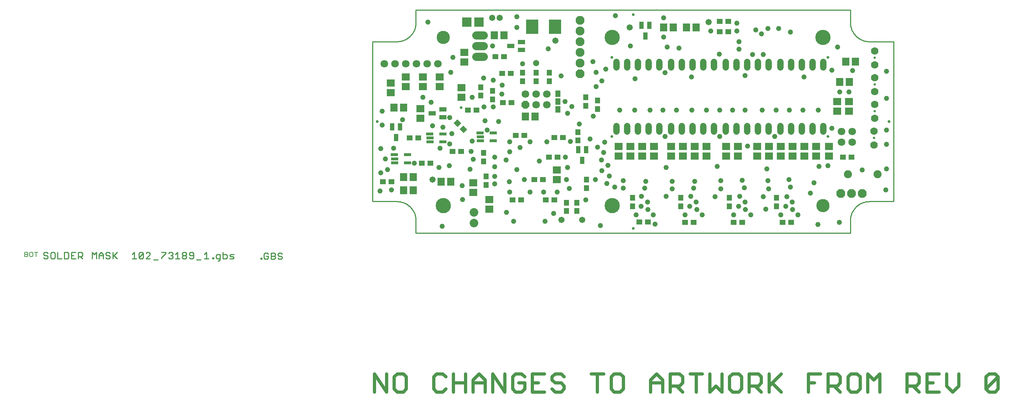
<source format=gbs>
G75*
%MOIN*%
%OFA0B0*%
%FSLAX24Y24*%
%IPPOS*%
%LPD*%
%AMOC8*
5,1,8,0,0,1.08239X$1,22.5*
%
%ADD10C,0.0000*%
%ADD11C,0.0260*%
%ADD12C,0.0300*%
%ADD13C,0.0100*%
%ADD14C,0.1419*%
%ADD15C,0.1230*%
%ADD16C,0.0600*%
%ADD17C,0.0780*%
%ADD18C,0.0700*%
%ADD19C,0.0230*%
%ADD20C,0.0580*%
%ADD21R,0.0474X0.0530*%
%ADD22OC8,0.0710*%
%ADD23C,0.0710*%
%ADD24R,0.0680X0.0720*%
%ADD25R,0.0680X0.0430*%
%ADD26R,0.0530X0.0474*%
%ADD27R,0.0720X0.0680*%
%ADD28R,0.0474X0.0590*%
%ADD29C,0.0749*%
%ADD30R,0.0671X0.0316*%
%ADD31OC8,0.0830*%
%ADD32C,0.0830*%
%ADD33R,0.1182X0.1340*%
%ADD34R,0.0890X0.0860*%
%ADD35C,0.0110*%
%ADD36C,0.0080*%
%ADD37C,0.0800*%
%ADD38R,0.0430X0.0680*%
%ADD39C,0.0480*%
D10*
X046375Y033009D02*
X046377Y033060D01*
X046383Y033111D01*
X046393Y033161D01*
X046406Y033211D01*
X046424Y033259D01*
X046444Y033306D01*
X046469Y033351D01*
X046497Y033394D01*
X046528Y033435D01*
X046562Y033473D01*
X046599Y033508D01*
X046638Y033541D01*
X046680Y033571D01*
X046724Y033597D01*
X046770Y033619D01*
X046818Y033639D01*
X046867Y033654D01*
X046917Y033666D01*
X046967Y033674D01*
X047018Y033678D01*
X047070Y033678D01*
X047121Y033674D01*
X047171Y033666D01*
X047221Y033654D01*
X047270Y033639D01*
X047318Y033619D01*
X047364Y033597D01*
X047408Y033571D01*
X047450Y033541D01*
X047489Y033508D01*
X047526Y033473D01*
X047560Y033435D01*
X047591Y033394D01*
X047619Y033351D01*
X047644Y033306D01*
X047664Y033259D01*
X047682Y033211D01*
X047695Y033161D01*
X047705Y033111D01*
X047711Y033060D01*
X047713Y033009D01*
X047711Y032958D01*
X047705Y032907D01*
X047695Y032857D01*
X047682Y032807D01*
X047664Y032759D01*
X047644Y032712D01*
X047619Y032667D01*
X047591Y032624D01*
X047560Y032583D01*
X047526Y032545D01*
X047489Y032510D01*
X047450Y032477D01*
X047408Y032447D01*
X047364Y032421D01*
X047318Y032399D01*
X047270Y032379D01*
X047221Y032364D01*
X047171Y032352D01*
X047121Y032344D01*
X047070Y032340D01*
X047018Y032340D01*
X046967Y032344D01*
X046917Y032352D01*
X046867Y032364D01*
X046818Y032379D01*
X046770Y032399D01*
X046724Y032421D01*
X046680Y032447D01*
X046638Y032477D01*
X046599Y032510D01*
X046562Y032545D01*
X046528Y032583D01*
X046497Y032624D01*
X046469Y032667D01*
X046444Y032712D01*
X046424Y032759D01*
X046406Y032807D01*
X046393Y032857D01*
X046383Y032907D01*
X046377Y032958D01*
X046375Y033009D01*
X040793Y040883D02*
X040795Y040902D01*
X040801Y040920D01*
X040810Y040936D01*
X040823Y040950D01*
X040838Y040961D01*
X040855Y040969D01*
X040874Y040973D01*
X040892Y040973D01*
X040911Y040969D01*
X040928Y040961D01*
X040943Y040950D01*
X040956Y040936D01*
X040965Y040920D01*
X040971Y040902D01*
X040973Y040883D01*
X040971Y040864D01*
X040965Y040846D01*
X040956Y040830D01*
X040943Y040816D01*
X040928Y040805D01*
X040911Y040797D01*
X040892Y040793D01*
X040874Y040793D01*
X040855Y040797D01*
X040838Y040805D01*
X040823Y040816D01*
X040810Y040830D01*
X040801Y040846D01*
X040795Y040864D01*
X040793Y040883D01*
X048610Y042200D02*
X048612Y042219D01*
X048618Y042237D01*
X048627Y042253D01*
X048640Y042267D01*
X048655Y042278D01*
X048672Y042286D01*
X048691Y042290D01*
X048709Y042290D01*
X048728Y042286D01*
X048745Y042278D01*
X048760Y042267D01*
X048773Y042253D01*
X048782Y042237D01*
X048788Y042219D01*
X048790Y042200D01*
X048788Y042181D01*
X048782Y042163D01*
X048773Y042147D01*
X048760Y042133D01*
X048745Y042122D01*
X048728Y042114D01*
X048709Y042110D01*
X048691Y042110D01*
X048672Y042114D01*
X048655Y042122D01*
X048640Y042133D01*
X048627Y042147D01*
X048618Y042163D01*
X048612Y042181D01*
X048610Y042200D01*
X046469Y048757D02*
X046471Y048804D01*
X046477Y048852D01*
X046487Y048898D01*
X046500Y048944D01*
X046517Y048988D01*
X046538Y049031D01*
X046563Y049071D01*
X046590Y049110D01*
X046621Y049146D01*
X046655Y049180D01*
X046691Y049211D01*
X046730Y049238D01*
X046770Y049263D01*
X046813Y049284D01*
X046857Y049301D01*
X046903Y049314D01*
X046949Y049324D01*
X046997Y049330D01*
X047044Y049332D01*
X047091Y049330D01*
X047139Y049324D01*
X047185Y049314D01*
X047231Y049301D01*
X047275Y049284D01*
X047318Y049263D01*
X047358Y049238D01*
X047397Y049211D01*
X047433Y049180D01*
X047467Y049146D01*
X047498Y049110D01*
X047525Y049071D01*
X047550Y049031D01*
X047571Y048988D01*
X047588Y048944D01*
X047601Y048898D01*
X047611Y048852D01*
X047617Y048804D01*
X047619Y048757D01*
X047617Y048710D01*
X047611Y048662D01*
X047601Y048616D01*
X047588Y048570D01*
X047571Y048526D01*
X047550Y048483D01*
X047525Y048443D01*
X047498Y048404D01*
X047467Y048368D01*
X047433Y048334D01*
X047397Y048303D01*
X047358Y048276D01*
X047318Y048251D01*
X047275Y048230D01*
X047231Y048213D01*
X047185Y048200D01*
X047139Y048190D01*
X047091Y048184D01*
X047044Y048182D01*
X046997Y048184D01*
X046949Y048190D01*
X046903Y048200D01*
X046857Y048213D01*
X046813Y048230D01*
X046770Y048251D01*
X046730Y048276D01*
X046691Y048303D01*
X046655Y048334D01*
X046621Y048368D01*
X046590Y048404D01*
X046563Y048443D01*
X046538Y048483D01*
X046517Y048526D01*
X046500Y048570D01*
X046487Y048616D01*
X046477Y048662D01*
X046471Y048710D01*
X046469Y048757D01*
X062680Y046900D02*
X062682Y046919D01*
X062688Y046937D01*
X062697Y046953D01*
X062710Y046967D01*
X062725Y046978D01*
X062742Y046986D01*
X062761Y046990D01*
X062779Y046990D01*
X062798Y046986D01*
X062815Y046978D01*
X062830Y046967D01*
X062843Y046953D01*
X062852Y046937D01*
X062858Y046919D01*
X062860Y046900D01*
X062858Y046881D01*
X062852Y046863D01*
X062843Y046847D01*
X062830Y046833D01*
X062815Y046822D01*
X062798Y046814D01*
X062779Y046810D01*
X062761Y046810D01*
X062742Y046814D01*
X062725Y046822D01*
X062710Y046833D01*
X062697Y046847D01*
X062688Y046863D01*
X062682Y046881D01*
X062680Y046900D01*
X062124Y048757D02*
X062126Y048808D01*
X062132Y048859D01*
X062142Y048909D01*
X062155Y048959D01*
X062173Y049007D01*
X062193Y049054D01*
X062218Y049099D01*
X062246Y049142D01*
X062277Y049183D01*
X062311Y049221D01*
X062348Y049256D01*
X062387Y049289D01*
X062429Y049319D01*
X062473Y049345D01*
X062519Y049367D01*
X062567Y049387D01*
X062616Y049402D01*
X062666Y049414D01*
X062716Y049422D01*
X062767Y049426D01*
X062819Y049426D01*
X062870Y049422D01*
X062920Y049414D01*
X062970Y049402D01*
X063019Y049387D01*
X063067Y049367D01*
X063113Y049345D01*
X063157Y049319D01*
X063199Y049289D01*
X063238Y049256D01*
X063275Y049221D01*
X063309Y049183D01*
X063340Y049142D01*
X063368Y049099D01*
X063393Y049054D01*
X063413Y049007D01*
X063431Y048959D01*
X063444Y048909D01*
X063454Y048859D01*
X063460Y048808D01*
X063462Y048757D01*
X063460Y048706D01*
X063454Y048655D01*
X063444Y048605D01*
X063431Y048555D01*
X063413Y048507D01*
X063393Y048460D01*
X063368Y048415D01*
X063340Y048372D01*
X063309Y048331D01*
X063275Y048293D01*
X063238Y048258D01*
X063199Y048225D01*
X063157Y048195D01*
X063113Y048169D01*
X063067Y048147D01*
X063019Y048127D01*
X062970Y048112D01*
X062920Y048100D01*
X062870Y048092D01*
X062819Y048088D01*
X062767Y048088D01*
X062716Y048092D01*
X062666Y048100D01*
X062616Y048112D01*
X062567Y048127D01*
X062519Y048147D01*
X062473Y048169D01*
X062429Y048195D01*
X062387Y048225D01*
X062348Y048258D01*
X062311Y048293D01*
X062277Y048331D01*
X062246Y048372D01*
X062218Y048415D01*
X062193Y048460D01*
X062173Y048507D01*
X062155Y048555D01*
X062142Y048605D01*
X062132Y048655D01*
X062126Y048706D01*
X062124Y048757D01*
X064671Y050883D02*
X064673Y050902D01*
X064679Y050920D01*
X064688Y050936D01*
X064701Y050950D01*
X064716Y050961D01*
X064733Y050969D01*
X064752Y050973D01*
X064770Y050973D01*
X064789Y050969D01*
X064806Y050961D01*
X064821Y050950D01*
X064834Y050936D01*
X064843Y050920D01*
X064849Y050902D01*
X064851Y050883D01*
X064849Y050864D01*
X064843Y050846D01*
X064834Y050830D01*
X064821Y050816D01*
X064806Y050805D01*
X064789Y050797D01*
X064770Y050793D01*
X064752Y050793D01*
X064733Y050797D01*
X064716Y050805D01*
X064701Y050816D01*
X064688Y050830D01*
X064679Y050846D01*
X064673Y050864D01*
X064671Y050883D01*
X062680Y039500D02*
X062682Y039519D01*
X062688Y039537D01*
X062697Y039553D01*
X062710Y039567D01*
X062725Y039578D01*
X062742Y039586D01*
X062761Y039590D01*
X062779Y039590D01*
X062798Y039586D01*
X062815Y039578D01*
X062830Y039567D01*
X062843Y039553D01*
X062852Y039537D01*
X062858Y039519D01*
X062860Y039500D01*
X062858Y039481D01*
X062852Y039463D01*
X062843Y039447D01*
X062830Y039433D01*
X062815Y039422D01*
X062798Y039414D01*
X062779Y039410D01*
X062761Y039410D01*
X062742Y039414D01*
X062725Y039422D01*
X062710Y039433D01*
X062697Y039447D01*
X062688Y039463D01*
X062682Y039481D01*
X062680Y039500D01*
X062124Y033009D02*
X062126Y033060D01*
X062132Y033111D01*
X062142Y033161D01*
X062155Y033211D01*
X062173Y033259D01*
X062193Y033306D01*
X062218Y033351D01*
X062246Y033394D01*
X062277Y033435D01*
X062311Y033473D01*
X062348Y033508D01*
X062387Y033541D01*
X062429Y033571D01*
X062473Y033597D01*
X062519Y033619D01*
X062567Y033639D01*
X062616Y033654D01*
X062666Y033666D01*
X062716Y033674D01*
X062767Y033678D01*
X062819Y033678D01*
X062870Y033674D01*
X062920Y033666D01*
X062970Y033654D01*
X063019Y033639D01*
X063067Y033619D01*
X063113Y033597D01*
X063157Y033571D01*
X063199Y033541D01*
X063238Y033508D01*
X063275Y033473D01*
X063309Y033435D01*
X063340Y033394D01*
X063368Y033351D01*
X063393Y033306D01*
X063413Y033259D01*
X063431Y033211D01*
X063444Y033161D01*
X063454Y033111D01*
X063460Y033060D01*
X063462Y033009D01*
X063460Y032958D01*
X063454Y032907D01*
X063444Y032857D01*
X063431Y032807D01*
X063413Y032759D01*
X063393Y032712D01*
X063368Y032667D01*
X063340Y032624D01*
X063309Y032583D01*
X063275Y032545D01*
X063238Y032510D01*
X063199Y032477D01*
X063157Y032447D01*
X063113Y032421D01*
X063067Y032399D01*
X063019Y032379D01*
X062970Y032364D01*
X062920Y032352D01*
X062870Y032344D01*
X062819Y032340D01*
X062767Y032340D01*
X062716Y032344D01*
X062666Y032352D01*
X062616Y032364D01*
X062567Y032379D01*
X062519Y032399D01*
X062473Y032421D01*
X062429Y032447D01*
X062387Y032477D01*
X062348Y032510D01*
X062311Y032545D01*
X062277Y032583D01*
X062246Y032624D01*
X062218Y032667D01*
X062193Y032712D01*
X062173Y032759D01*
X062155Y032807D01*
X062142Y032857D01*
X062132Y032907D01*
X062126Y032958D01*
X062124Y033009D01*
X064671Y030883D02*
X064673Y030902D01*
X064679Y030920D01*
X064688Y030936D01*
X064701Y030950D01*
X064716Y030961D01*
X064733Y030969D01*
X064752Y030973D01*
X064770Y030973D01*
X064789Y030969D01*
X064806Y030961D01*
X064821Y030950D01*
X064834Y030936D01*
X064843Y030920D01*
X064849Y030902D01*
X064851Y030883D01*
X064849Y030864D01*
X064843Y030846D01*
X064834Y030830D01*
X064821Y030816D01*
X064806Y030805D01*
X064789Y030797D01*
X064770Y030793D01*
X064752Y030793D01*
X064733Y030797D01*
X064716Y030805D01*
X064701Y030816D01*
X064688Y030830D01*
X064679Y030846D01*
X064673Y030864D01*
X064671Y030883D01*
X081903Y033009D02*
X081905Y033056D01*
X081911Y033104D01*
X081921Y033150D01*
X081934Y033196D01*
X081951Y033240D01*
X081972Y033283D01*
X081997Y033323D01*
X082024Y033362D01*
X082055Y033398D01*
X082089Y033432D01*
X082125Y033463D01*
X082164Y033490D01*
X082204Y033515D01*
X082247Y033536D01*
X082291Y033553D01*
X082337Y033566D01*
X082383Y033576D01*
X082431Y033582D01*
X082478Y033584D01*
X082525Y033582D01*
X082573Y033576D01*
X082619Y033566D01*
X082665Y033553D01*
X082709Y033536D01*
X082752Y033515D01*
X082792Y033490D01*
X082831Y033463D01*
X082867Y033432D01*
X082901Y033398D01*
X082932Y033362D01*
X082959Y033323D01*
X082984Y033283D01*
X083005Y033240D01*
X083022Y033196D01*
X083035Y033150D01*
X083045Y033104D01*
X083051Y033056D01*
X083053Y033009D01*
X083051Y032962D01*
X083045Y032914D01*
X083035Y032868D01*
X083022Y032822D01*
X083005Y032778D01*
X082984Y032735D01*
X082959Y032695D01*
X082932Y032656D01*
X082901Y032620D01*
X082867Y032586D01*
X082831Y032555D01*
X082792Y032528D01*
X082752Y032503D01*
X082709Y032482D01*
X082665Y032465D01*
X082619Y032452D01*
X082573Y032442D01*
X082525Y032436D01*
X082478Y032434D01*
X082431Y032436D01*
X082383Y032442D01*
X082337Y032452D01*
X082291Y032465D01*
X082247Y032482D01*
X082204Y032503D01*
X082164Y032528D01*
X082125Y032555D01*
X082089Y032586D01*
X082055Y032620D01*
X082024Y032656D01*
X081997Y032695D01*
X081972Y032735D01*
X081951Y032778D01*
X081934Y032822D01*
X081921Y032868D01*
X081911Y032914D01*
X081905Y032962D01*
X081903Y033009D01*
X084481Y035950D02*
X084483Y035986D01*
X084489Y036022D01*
X084499Y036057D01*
X084512Y036091D01*
X084529Y036123D01*
X084549Y036153D01*
X084573Y036180D01*
X084599Y036205D01*
X084628Y036227D01*
X084659Y036246D01*
X084692Y036261D01*
X084726Y036273D01*
X084762Y036281D01*
X084798Y036285D01*
X084834Y036285D01*
X084870Y036281D01*
X084906Y036273D01*
X084940Y036261D01*
X084973Y036246D01*
X085004Y036227D01*
X085033Y036205D01*
X085059Y036180D01*
X085083Y036153D01*
X085103Y036123D01*
X085120Y036091D01*
X085133Y036057D01*
X085143Y036022D01*
X085149Y035986D01*
X085151Y035950D01*
X085149Y035914D01*
X085143Y035878D01*
X085133Y035843D01*
X085120Y035809D01*
X085103Y035777D01*
X085083Y035747D01*
X085059Y035720D01*
X085033Y035695D01*
X085004Y035673D01*
X084973Y035654D01*
X084940Y035639D01*
X084906Y035627D01*
X084870Y035619D01*
X084834Y035615D01*
X084798Y035615D01*
X084762Y035619D01*
X084726Y035627D01*
X084692Y035639D01*
X084659Y035654D01*
X084628Y035673D01*
X084599Y035695D01*
X084573Y035720D01*
X084549Y035747D01*
X084529Y035777D01*
X084512Y035809D01*
X084499Y035843D01*
X084489Y035878D01*
X084483Y035914D01*
X084481Y035950D01*
X087237Y035950D02*
X087239Y035986D01*
X087245Y036022D01*
X087255Y036057D01*
X087268Y036091D01*
X087285Y036123D01*
X087305Y036153D01*
X087329Y036180D01*
X087355Y036205D01*
X087384Y036227D01*
X087415Y036246D01*
X087448Y036261D01*
X087482Y036273D01*
X087518Y036281D01*
X087554Y036285D01*
X087590Y036285D01*
X087626Y036281D01*
X087662Y036273D01*
X087696Y036261D01*
X087729Y036246D01*
X087760Y036227D01*
X087789Y036205D01*
X087815Y036180D01*
X087839Y036153D01*
X087859Y036123D01*
X087876Y036091D01*
X087889Y036057D01*
X087899Y036022D01*
X087905Y035986D01*
X087907Y035950D01*
X087905Y035914D01*
X087899Y035878D01*
X087889Y035843D01*
X087876Y035809D01*
X087859Y035777D01*
X087839Y035747D01*
X087815Y035720D01*
X087789Y035695D01*
X087760Y035673D01*
X087729Y035654D01*
X087696Y035639D01*
X087662Y035627D01*
X087626Y035619D01*
X087590Y035615D01*
X087554Y035615D01*
X087518Y035619D01*
X087482Y035627D01*
X087448Y035639D01*
X087415Y035654D01*
X087384Y035673D01*
X087355Y035695D01*
X087329Y035720D01*
X087305Y035747D01*
X087285Y035777D01*
X087268Y035809D01*
X087255Y035843D01*
X087245Y035878D01*
X087239Y035914D01*
X087237Y035950D01*
X087175Y039350D02*
X087177Y039367D01*
X087182Y039383D01*
X087191Y039397D01*
X087203Y039409D01*
X087217Y039418D01*
X087233Y039423D01*
X087250Y039425D01*
X087267Y039423D01*
X087283Y039418D01*
X087297Y039409D01*
X087309Y039397D01*
X087318Y039383D01*
X087323Y039367D01*
X087325Y039350D01*
X087323Y039333D01*
X087318Y039317D01*
X087309Y039303D01*
X087297Y039291D01*
X087283Y039282D01*
X087267Y039277D01*
X087250Y039275D01*
X087233Y039277D01*
X087217Y039282D01*
X087203Y039291D01*
X087191Y039303D01*
X087182Y039317D01*
X087177Y039333D01*
X087175Y039350D01*
X088549Y040883D02*
X088551Y040902D01*
X088557Y040920D01*
X088566Y040936D01*
X088579Y040950D01*
X088594Y040961D01*
X088611Y040969D01*
X088630Y040973D01*
X088648Y040973D01*
X088667Y040969D01*
X088684Y040961D01*
X088699Y040950D01*
X088712Y040936D01*
X088721Y040920D01*
X088727Y040902D01*
X088729Y040883D01*
X088727Y040864D01*
X088721Y040846D01*
X088712Y040830D01*
X088699Y040816D01*
X088684Y040805D01*
X088667Y040797D01*
X088648Y040793D01*
X088630Y040793D01*
X088611Y040797D01*
X088594Y040805D01*
X088579Y040816D01*
X088566Y040830D01*
X088557Y040846D01*
X088551Y040864D01*
X088549Y040883D01*
X087225Y041850D02*
X087227Y041867D01*
X087232Y041883D01*
X087241Y041897D01*
X087253Y041909D01*
X087267Y041918D01*
X087283Y041923D01*
X087300Y041925D01*
X087317Y041923D01*
X087333Y041918D01*
X087347Y041909D01*
X087359Y041897D01*
X087368Y041883D01*
X087373Y041867D01*
X087375Y041850D01*
X087373Y041833D01*
X087368Y041817D01*
X087359Y041803D01*
X087347Y041791D01*
X087333Y041782D01*
X087317Y041777D01*
X087300Y041775D01*
X087283Y041777D01*
X087267Y041782D01*
X087253Y041791D01*
X087241Y041803D01*
X087232Y041817D01*
X087227Y041833D01*
X087225Y041850D01*
X087225Y044350D02*
X087227Y044367D01*
X087232Y044383D01*
X087241Y044397D01*
X087253Y044409D01*
X087267Y044418D01*
X087283Y044423D01*
X087300Y044425D01*
X087317Y044423D01*
X087333Y044418D01*
X087347Y044409D01*
X087359Y044397D01*
X087368Y044383D01*
X087373Y044367D01*
X087375Y044350D01*
X087373Y044333D01*
X087368Y044317D01*
X087359Y044303D01*
X087347Y044291D01*
X087333Y044282D01*
X087317Y044277D01*
X087300Y044275D01*
X087283Y044277D01*
X087267Y044282D01*
X087253Y044291D01*
X087241Y044303D01*
X087232Y044317D01*
X087227Y044333D01*
X087225Y044350D01*
X087225Y046850D02*
X087227Y046867D01*
X087232Y046883D01*
X087241Y046897D01*
X087253Y046909D01*
X087267Y046918D01*
X087283Y046923D01*
X087300Y046925D01*
X087317Y046923D01*
X087333Y046918D01*
X087347Y046909D01*
X087359Y046897D01*
X087368Y046883D01*
X087373Y046867D01*
X087375Y046850D01*
X087373Y046833D01*
X087368Y046817D01*
X087359Y046803D01*
X087347Y046791D01*
X087333Y046782D01*
X087317Y046777D01*
X087300Y046775D01*
X087283Y046777D01*
X087267Y046782D01*
X087253Y046791D01*
X087241Y046803D01*
X087232Y046817D01*
X087227Y046833D01*
X087225Y046850D01*
X082840Y046900D02*
X082842Y046919D01*
X082848Y046937D01*
X082857Y046953D01*
X082870Y046967D01*
X082885Y046978D01*
X082902Y046986D01*
X082921Y046990D01*
X082939Y046990D01*
X082958Y046986D01*
X082975Y046978D01*
X082990Y046967D01*
X083003Y046953D01*
X083012Y046937D01*
X083018Y046919D01*
X083020Y046900D01*
X083018Y046881D01*
X083012Y046863D01*
X083003Y046847D01*
X082990Y046833D01*
X082975Y046822D01*
X082958Y046814D01*
X082939Y046810D01*
X082921Y046810D01*
X082902Y046814D01*
X082885Y046822D01*
X082870Y046833D01*
X082857Y046847D01*
X082848Y046863D01*
X082842Y046881D01*
X082840Y046900D01*
X081809Y048757D02*
X081811Y048808D01*
X081817Y048859D01*
X081827Y048909D01*
X081840Y048959D01*
X081858Y049007D01*
X081878Y049054D01*
X081903Y049099D01*
X081931Y049142D01*
X081962Y049183D01*
X081996Y049221D01*
X082033Y049256D01*
X082072Y049289D01*
X082114Y049319D01*
X082158Y049345D01*
X082204Y049367D01*
X082252Y049387D01*
X082301Y049402D01*
X082351Y049414D01*
X082401Y049422D01*
X082452Y049426D01*
X082504Y049426D01*
X082555Y049422D01*
X082605Y049414D01*
X082655Y049402D01*
X082704Y049387D01*
X082752Y049367D01*
X082798Y049345D01*
X082842Y049319D01*
X082884Y049289D01*
X082923Y049256D01*
X082960Y049221D01*
X082994Y049183D01*
X083025Y049142D01*
X083053Y049099D01*
X083078Y049054D01*
X083098Y049007D01*
X083116Y048959D01*
X083129Y048909D01*
X083139Y048859D01*
X083145Y048808D01*
X083147Y048757D01*
X083145Y048706D01*
X083139Y048655D01*
X083129Y048605D01*
X083116Y048555D01*
X083098Y048507D01*
X083078Y048460D01*
X083053Y048415D01*
X083025Y048372D01*
X082994Y048331D01*
X082960Y048293D01*
X082923Y048258D01*
X082884Y048225D01*
X082842Y048195D01*
X082798Y048169D01*
X082752Y048147D01*
X082704Y048127D01*
X082655Y048112D01*
X082605Y048100D01*
X082555Y048092D01*
X082504Y048088D01*
X082452Y048088D01*
X082401Y048092D01*
X082351Y048100D01*
X082301Y048112D01*
X082252Y048127D01*
X082204Y048147D01*
X082158Y048169D01*
X082114Y048195D01*
X082072Y048225D01*
X082033Y048258D01*
X081996Y048293D01*
X081962Y048331D01*
X081931Y048372D01*
X081903Y048415D01*
X081878Y048460D01*
X081858Y048507D01*
X081840Y048555D01*
X081827Y048605D01*
X081817Y048655D01*
X081811Y048706D01*
X081809Y048757D01*
X082840Y039500D02*
X082842Y039519D01*
X082848Y039537D01*
X082857Y039553D01*
X082870Y039567D01*
X082885Y039578D01*
X082902Y039586D01*
X082921Y039590D01*
X082939Y039590D01*
X082958Y039586D01*
X082975Y039578D01*
X082990Y039567D01*
X083003Y039553D01*
X083012Y039537D01*
X083018Y039519D01*
X083020Y039500D01*
X083018Y039481D01*
X083012Y039463D01*
X083003Y039447D01*
X082990Y039433D01*
X082975Y039422D01*
X082958Y039414D01*
X082939Y039410D01*
X082921Y039410D01*
X082902Y039414D01*
X082885Y039422D01*
X082870Y039433D01*
X082857Y039447D01*
X082848Y039463D01*
X082842Y039481D01*
X082840Y039500D01*
D11*
X082930Y039500D03*
X088639Y040883D03*
X082930Y046900D03*
X064761Y050883D03*
X062770Y046900D03*
X062770Y039500D03*
X064761Y030883D03*
X048700Y042200D03*
X040883Y040883D03*
D12*
X040600Y017301D02*
X040600Y015600D01*
X041734Y015600D02*
X041734Y017301D01*
X042442Y017018D02*
X042442Y015884D01*
X042725Y015600D01*
X043292Y015600D01*
X043576Y015884D01*
X043576Y017018D01*
X043292Y017301D01*
X042725Y017301D01*
X042442Y017018D01*
X041734Y015600D02*
X040600Y017301D01*
X046125Y017018D02*
X046125Y015884D01*
X046408Y015600D01*
X046975Y015600D01*
X047259Y015884D01*
X047966Y015600D02*
X047966Y017301D01*
X047259Y017018D02*
X046975Y017301D01*
X046408Y017301D01*
X046125Y017018D01*
X047966Y016451D02*
X049101Y016451D01*
X049808Y016451D02*
X050942Y016451D01*
X050942Y016734D02*
X050942Y015600D01*
X051649Y015600D02*
X051649Y017301D01*
X052784Y015600D01*
X052784Y017301D01*
X053491Y017018D02*
X053491Y015884D01*
X053775Y015600D01*
X054342Y015600D01*
X054625Y015884D01*
X054625Y016451D01*
X054058Y016451D01*
X053491Y017018D02*
X053775Y017301D01*
X054342Y017301D01*
X054625Y017018D01*
X055333Y017301D02*
X055333Y015600D01*
X056467Y015600D01*
X057174Y015884D02*
X057458Y015600D01*
X058025Y015600D01*
X058308Y015884D01*
X058308Y016167D01*
X058025Y016451D01*
X057458Y016451D01*
X057174Y016734D01*
X057174Y017018D01*
X057458Y017301D01*
X058025Y017301D01*
X058308Y017018D01*
X056467Y017301D02*
X055333Y017301D01*
X055333Y016451D02*
X055900Y016451D01*
X050942Y016734D02*
X050375Y017301D01*
X049808Y016734D01*
X049808Y015600D01*
X049101Y015600D02*
X049101Y017301D01*
X060857Y017301D02*
X061992Y017301D01*
X061424Y017301D02*
X061424Y015600D01*
X062699Y015884D02*
X062982Y015600D01*
X063550Y015600D01*
X063833Y015884D01*
X063833Y017018D01*
X063550Y017301D01*
X062982Y017301D01*
X062699Y017018D01*
X062699Y015884D01*
X066382Y015600D02*
X066382Y016734D01*
X066949Y017301D01*
X067516Y016734D01*
X067516Y015600D01*
X068224Y015600D02*
X068224Y017301D01*
X069074Y017301D01*
X069358Y017018D01*
X069358Y016451D01*
X069074Y016167D01*
X068224Y016167D01*
X068791Y016167D02*
X069358Y015600D01*
X070632Y015600D02*
X070632Y017301D01*
X070065Y017301D02*
X071199Y017301D01*
X071907Y017301D02*
X071907Y015600D01*
X072474Y016167D01*
X073041Y015600D01*
X073041Y017301D01*
X073748Y017018D02*
X073748Y015884D01*
X074032Y015600D01*
X074599Y015600D01*
X074883Y015884D01*
X074883Y017018D01*
X074599Y017301D01*
X074032Y017301D01*
X073748Y017018D01*
X075590Y017301D02*
X076441Y017301D01*
X076724Y017018D01*
X076724Y016451D01*
X076441Y016167D01*
X075590Y016167D01*
X075590Y015600D02*
X075590Y017301D01*
X076157Y016167D02*
X076724Y015600D01*
X077431Y015600D02*
X077431Y017301D01*
X077715Y016451D02*
X078566Y015600D01*
X077431Y016167D02*
X078566Y017301D01*
X081115Y017301D02*
X081115Y015600D01*
X081115Y016451D02*
X081682Y016451D01*
X081115Y017301D02*
X082249Y017301D01*
X082956Y017301D02*
X083807Y017301D01*
X084090Y017018D01*
X084090Y016451D01*
X083807Y016167D01*
X082956Y016167D01*
X082956Y015600D02*
X082956Y017301D01*
X083523Y016167D02*
X084090Y015600D01*
X084798Y015884D02*
X085081Y015600D01*
X085648Y015600D01*
X085932Y015884D01*
X085932Y017018D01*
X085648Y017301D01*
X085081Y017301D01*
X084798Y017018D01*
X084798Y015884D01*
X086639Y015600D02*
X086639Y017301D01*
X087206Y016734D01*
X087774Y017301D01*
X087774Y015600D01*
X090322Y015600D02*
X090322Y017301D01*
X091173Y017301D01*
X091457Y017018D01*
X091457Y016451D01*
X091173Y016167D01*
X090322Y016167D01*
X090890Y016167D02*
X091457Y015600D01*
X092164Y015600D02*
X093298Y015600D01*
X094006Y016167D02*
X094573Y015600D01*
X095140Y016167D01*
X095140Y017301D01*
X094006Y017301D02*
X094006Y016167D01*
X092731Y016451D02*
X092164Y016451D01*
X092164Y017301D02*
X092164Y015600D01*
X092164Y017301D02*
X093298Y017301D01*
X097689Y017018D02*
X097689Y015884D01*
X098823Y017018D01*
X098823Y015884D01*
X098540Y015600D01*
X097972Y015600D01*
X097689Y015884D01*
X097689Y017018D02*
X097972Y017301D01*
X098540Y017301D01*
X098823Y017018D01*
X067516Y016451D02*
X066382Y016451D01*
D13*
X085037Y030450D02*
X085037Y031631D01*
X085036Y031631D02*
X085038Y031713D01*
X085044Y031794D01*
X085053Y031876D01*
X085066Y031957D01*
X085083Y032037D01*
X085104Y032116D01*
X085128Y032194D01*
X085156Y032271D01*
X085187Y032347D01*
X085222Y032421D01*
X085260Y032493D01*
X085301Y032564D01*
X085346Y032632D01*
X085394Y032699D01*
X085445Y032763D01*
X085498Y032825D01*
X085555Y032884D01*
X085614Y032941D01*
X085676Y032994D01*
X085740Y033045D01*
X085807Y033093D01*
X085875Y033138D01*
X085946Y033179D01*
X086018Y033217D01*
X086092Y033252D01*
X086168Y033283D01*
X086245Y033311D01*
X086323Y033335D01*
X086402Y033356D01*
X086482Y033373D01*
X086563Y033386D01*
X086645Y033395D01*
X086726Y033401D01*
X086808Y033403D01*
X089072Y033403D01*
X089072Y048363D01*
X086808Y048363D01*
X086726Y048365D01*
X086645Y048371D01*
X086563Y048380D01*
X086482Y048393D01*
X086402Y048410D01*
X086323Y048431D01*
X086245Y048455D01*
X086168Y048483D01*
X086092Y048514D01*
X086018Y048549D01*
X085946Y048587D01*
X085875Y048628D01*
X085807Y048673D01*
X085740Y048721D01*
X085676Y048772D01*
X085614Y048825D01*
X085555Y048882D01*
X085498Y048941D01*
X085445Y049003D01*
X085394Y049067D01*
X085346Y049134D01*
X085301Y049202D01*
X085260Y049273D01*
X085222Y049345D01*
X085187Y049419D01*
X085156Y049495D01*
X085128Y049572D01*
X085104Y049650D01*
X085083Y049729D01*
X085066Y049809D01*
X085053Y049890D01*
X085044Y049972D01*
X085038Y050053D01*
X085036Y050135D01*
X085037Y050135D02*
X085037Y051316D01*
X044485Y051316D01*
X044485Y050135D01*
X044486Y050135D02*
X044484Y050053D01*
X044478Y049972D01*
X044469Y049890D01*
X044456Y049809D01*
X044439Y049729D01*
X044418Y049650D01*
X044394Y049572D01*
X044366Y049495D01*
X044335Y049419D01*
X044300Y049345D01*
X044262Y049273D01*
X044221Y049202D01*
X044176Y049134D01*
X044128Y049067D01*
X044077Y049003D01*
X044024Y048941D01*
X043967Y048882D01*
X043908Y048825D01*
X043846Y048772D01*
X043782Y048721D01*
X043715Y048673D01*
X043647Y048628D01*
X043576Y048587D01*
X043504Y048549D01*
X043430Y048514D01*
X043354Y048483D01*
X043277Y048455D01*
X043199Y048431D01*
X043120Y048410D01*
X043040Y048393D01*
X042959Y048380D01*
X042877Y048371D01*
X042796Y048365D01*
X042714Y048363D01*
X040450Y048363D01*
X040450Y033403D01*
X042714Y033403D01*
X042796Y033401D01*
X042877Y033395D01*
X042959Y033386D01*
X043040Y033373D01*
X043120Y033356D01*
X043199Y033335D01*
X043277Y033311D01*
X043354Y033283D01*
X043430Y033252D01*
X043504Y033217D01*
X043576Y033179D01*
X043647Y033138D01*
X043715Y033093D01*
X043782Y033045D01*
X043846Y032994D01*
X043908Y032941D01*
X043967Y032884D01*
X044024Y032825D01*
X044077Y032763D01*
X044128Y032699D01*
X044176Y032632D01*
X044221Y032564D01*
X044262Y032493D01*
X044300Y032421D01*
X044335Y032347D01*
X044366Y032271D01*
X044394Y032194D01*
X044418Y032116D01*
X044439Y032037D01*
X044456Y031957D01*
X044469Y031876D01*
X044478Y031794D01*
X044484Y031713D01*
X044486Y031631D01*
X044485Y031631D02*
X044485Y030450D01*
X085037Y030450D01*
D14*
X062793Y033009D03*
X047044Y033009D03*
X062793Y048757D03*
X082478Y048757D03*
D15*
X082478Y033009D03*
X047044Y048757D03*
D16*
X063200Y046460D02*
X063200Y045940D01*
X064200Y045940D02*
X064200Y046460D01*
X065200Y046460D02*
X065200Y045940D01*
X066200Y045940D02*
X066200Y046460D01*
X067200Y046460D02*
X067200Y045940D01*
X068300Y045940D02*
X068300Y046460D01*
X069300Y046460D02*
X069300Y045940D01*
X070300Y045940D02*
X070300Y046460D01*
X071300Y046460D02*
X071300Y045940D01*
X072300Y045940D02*
X072300Y046460D01*
X073400Y046460D02*
X073400Y045940D01*
X074400Y045940D02*
X074400Y046460D01*
X075400Y046460D02*
X075400Y045940D01*
X076400Y045940D02*
X076400Y046460D01*
X077400Y046460D02*
X077400Y045940D01*
X078500Y045940D02*
X078500Y046460D01*
X079500Y046460D02*
X079500Y045940D01*
X080500Y045940D02*
X080500Y046460D01*
X081500Y046460D02*
X081500Y045940D01*
X082500Y045940D02*
X082500Y046460D01*
X082500Y040460D02*
X082500Y039940D01*
X081500Y039940D02*
X081500Y040460D01*
X080500Y040460D02*
X080500Y039940D01*
X079500Y039940D02*
X079500Y040460D01*
X078500Y040460D02*
X078500Y039940D01*
X077400Y039940D02*
X077400Y040460D01*
X076400Y040460D02*
X076400Y039940D01*
X075400Y039940D02*
X075400Y040460D01*
X074400Y040460D02*
X074400Y039940D01*
X073400Y039940D02*
X073400Y040460D01*
X072300Y040460D02*
X072300Y039940D01*
X071300Y039940D02*
X071300Y040460D01*
X070300Y040460D02*
X070300Y039940D01*
X069300Y039940D02*
X069300Y040460D01*
X068300Y040460D02*
X068300Y039940D01*
X067200Y039940D02*
X067200Y040460D01*
X066200Y040460D02*
X066200Y039940D01*
X065200Y039940D02*
X065200Y040460D01*
X064200Y040460D02*
X064200Y039940D01*
X063200Y039940D02*
X063200Y040460D01*
D17*
X050800Y046950D02*
X050100Y046950D01*
X050100Y047950D02*
X050800Y047950D01*
X050800Y048950D02*
X050100Y048950D01*
D18*
X087300Y047500D03*
X087300Y046200D03*
X087300Y045000D03*
X087300Y043700D03*
X087300Y042500D03*
X087300Y041200D03*
X087250Y040000D03*
X087250Y038700D03*
D19*
X087250Y039350D03*
X087300Y041850D03*
X087300Y044350D03*
X087300Y046850D03*
D20*
X071800Y050200D03*
X064450Y049700D03*
X057500Y048450D03*
X055700Y046350D03*
X052300Y050600D03*
X051600Y050600D03*
X046050Y035450D03*
X058089Y031700D03*
X060011Y031700D03*
D21*
X059500Y032505D03*
X059500Y033295D03*
X058550Y033295D03*
X058550Y032505D03*
X060400Y034655D03*
X060400Y035445D03*
X064700Y033745D03*
X064700Y032955D03*
X069200Y032955D03*
X069200Y033745D03*
X073750Y033745D03*
X073750Y032955D03*
X078150Y032955D03*
X078150Y033745D03*
X061450Y042055D03*
X061450Y042845D03*
X060350Y043145D03*
X060350Y042355D03*
X059600Y039895D03*
X059600Y039105D03*
X056950Y044655D03*
X056950Y045445D03*
X055700Y045445D03*
X055700Y044655D03*
X054450Y044655D03*
X054450Y045445D03*
X051650Y043745D03*
X051650Y042955D03*
X050550Y043305D03*
X050550Y044095D03*
X050800Y037945D03*
X050800Y037155D03*
X051050Y035745D03*
X051050Y034955D03*
D22*
X054700Y042450D03*
D23*
X054700Y043450D03*
X055700Y043450D03*
X056700Y043450D03*
X056700Y042450D03*
X055700Y042450D03*
X046550Y046300D03*
X045550Y046300D03*
X044550Y046300D03*
X043550Y046300D03*
X042550Y046300D03*
X041550Y046300D03*
X084200Y039950D03*
X084200Y038950D03*
X085200Y038950D03*
X085200Y039950D03*
D24*
X084950Y044600D03*
X084050Y044600D03*
X084600Y046500D03*
X085500Y046500D03*
X070650Y049700D03*
X069750Y049700D03*
X068500Y049700D03*
X067600Y049700D03*
X055600Y041350D03*
X054700Y041350D03*
X047750Y035250D03*
X046850Y035250D03*
X044250Y035700D03*
X043350Y035700D03*
X043350Y034450D03*
X044250Y034450D03*
X043350Y042200D03*
X042450Y042200D03*
X051800Y048950D03*
X052700Y048950D03*
D25*
X053350Y047950D03*
X054350Y047590D03*
X054350Y048310D03*
X047000Y042010D03*
X047000Y041290D03*
X046000Y041650D03*
D26*
G36*
X048390Y040375D02*
X048017Y040748D01*
X048352Y041083D01*
X048725Y040710D01*
X048390Y040375D01*
G37*
G36*
X048948Y039817D02*
X048575Y040190D01*
X048910Y040525D01*
X049283Y040152D01*
X048948Y039817D01*
G37*
X048695Y038100D03*
X047905Y038100D03*
X045845Y037000D03*
X045055Y037000D03*
X044695Y039350D03*
X043905Y039350D03*
X049355Y041950D03*
X050145Y041950D03*
X052605Y042650D03*
X053395Y042650D03*
X053805Y039600D03*
X054595Y039600D03*
X057405Y039400D03*
X058195Y039400D03*
X057695Y037550D03*
X056905Y037550D03*
X056345Y035450D03*
X055555Y035450D03*
X056605Y033550D03*
X057395Y033550D03*
X054295Y033550D03*
X053505Y033550D03*
X042195Y035250D03*
X041405Y035250D03*
X052555Y045400D03*
X053345Y045400D03*
X052695Y046950D03*
X051905Y046950D03*
X072855Y049300D03*
X073645Y049300D03*
X073645Y050250D03*
X072855Y050250D03*
X084355Y037550D03*
X085145Y037550D03*
X079495Y031450D03*
X078705Y031450D03*
X074945Y031450D03*
X074155Y031450D03*
X070395Y031450D03*
X069605Y031450D03*
X066145Y031500D03*
X065355Y031500D03*
D27*
X065600Y037650D03*
X065600Y038550D03*
X064500Y038550D03*
X064500Y037650D03*
X063400Y037650D03*
X063400Y038550D03*
X066700Y038550D03*
X066700Y037650D03*
X068300Y037650D03*
X068300Y038550D03*
X069400Y038550D03*
X069400Y037650D03*
X070500Y037650D03*
X070500Y038550D03*
X071600Y038550D03*
X071600Y037650D03*
X073450Y037650D03*
X073450Y038550D03*
X074550Y038550D03*
X074550Y037650D03*
X076350Y037650D03*
X076350Y038550D03*
X077450Y038550D03*
X077450Y037650D03*
X078550Y037650D03*
X078550Y038550D03*
X079650Y038550D03*
X079650Y037650D03*
X080750Y037650D03*
X080750Y038550D03*
X081850Y038550D03*
X081850Y037650D03*
X083050Y037650D03*
X083050Y038550D03*
X083800Y041850D03*
X084900Y041850D03*
X084900Y042750D03*
X083800Y042750D03*
X057650Y036350D03*
X057650Y035450D03*
X051350Y033600D03*
X051350Y032700D03*
X049850Y034250D03*
X049850Y035150D03*
X044900Y041200D03*
X044900Y042100D03*
X045140Y044150D03*
X045140Y045050D03*
X046700Y045050D03*
X046700Y044150D03*
X048750Y044050D03*
X048750Y043150D03*
X049000Y046450D03*
X049000Y047350D03*
X043550Y045050D03*
X043550Y044150D03*
X042150Y044500D03*
X042150Y043600D03*
D28*
X057750Y043495D03*
X057750Y042765D03*
X057750Y042035D03*
D29*
X084816Y035950D03*
X087572Y035950D03*
D30*
X051707Y039076D03*
X051707Y039824D03*
X050488Y039824D03*
X050493Y039450D03*
X050493Y039076D03*
X047007Y038976D03*
X047007Y039724D03*
X045788Y039724D03*
X045793Y039350D03*
X045793Y038976D03*
X043707Y037774D03*
X043707Y037026D03*
X042493Y037026D03*
X042493Y037400D03*
X042488Y037774D03*
D31*
X059800Y045350D03*
X084150Y034150D03*
D32*
X085150Y034150D03*
X086150Y034150D03*
X059800Y046350D03*
X059800Y047350D03*
X059800Y048350D03*
X059800Y049350D03*
X059800Y050350D03*
D33*
X057474Y049750D03*
X055326Y049750D03*
D34*
X050370Y050200D03*
X049230Y050200D03*
D35*
X031906Y028596D02*
X031709Y028596D01*
X031610Y028497D01*
X031610Y028399D01*
X031709Y028300D01*
X031906Y028300D01*
X032004Y028202D01*
X032004Y028103D01*
X031906Y028005D01*
X031709Y028005D01*
X031610Y028103D01*
X031360Y028103D02*
X031261Y028005D01*
X030966Y028005D01*
X030966Y028596D01*
X031261Y028596D01*
X031360Y028497D01*
X031360Y028399D01*
X031261Y028300D01*
X030966Y028300D01*
X030715Y028300D02*
X030518Y028300D01*
X030715Y028300D02*
X030715Y028103D01*
X030617Y028005D01*
X030420Y028005D01*
X030321Y028103D01*
X030321Y028497D01*
X030420Y028596D01*
X030617Y028596D01*
X030715Y028497D01*
X031261Y028300D02*
X031360Y028202D01*
X031360Y028103D01*
X031906Y028596D02*
X032004Y028497D01*
X030097Y028103D02*
X030097Y028005D01*
X029999Y028005D01*
X029999Y028103D01*
X030097Y028103D01*
X027510Y028153D02*
X027412Y028252D01*
X027215Y028252D01*
X027116Y028350D01*
X027215Y028449D01*
X027510Y028449D01*
X027510Y028153D02*
X027412Y028055D01*
X027116Y028055D01*
X026865Y028153D02*
X026865Y028350D01*
X026767Y028449D01*
X026472Y028449D01*
X026472Y028646D02*
X026472Y028055D01*
X026767Y028055D01*
X026865Y028153D01*
X026221Y028055D02*
X025926Y028055D01*
X025827Y028153D01*
X025827Y028350D01*
X025926Y028449D01*
X026221Y028449D01*
X026221Y027957D01*
X026123Y027858D01*
X026024Y027858D01*
X025603Y028055D02*
X025505Y028055D01*
X025505Y028153D01*
X025603Y028153D01*
X025603Y028055D01*
X025149Y028055D02*
X024755Y028055D01*
X024952Y028055D02*
X024952Y028646D01*
X024755Y028449D01*
X024399Y027957D02*
X024005Y027957D01*
X023727Y028153D02*
X023727Y028547D01*
X023628Y028646D01*
X023432Y028646D01*
X023333Y028547D01*
X023333Y028449D01*
X023432Y028350D01*
X023727Y028350D01*
X023727Y028153D02*
X023628Y028055D01*
X023432Y028055D01*
X023333Y028153D01*
X023082Y028153D02*
X022984Y028055D01*
X022787Y028055D01*
X022689Y028153D01*
X022689Y028252D01*
X022787Y028350D01*
X022984Y028350D01*
X023082Y028252D01*
X023082Y028153D01*
X022984Y028350D02*
X023082Y028449D01*
X023082Y028547D01*
X022984Y028646D01*
X022787Y028646D01*
X022689Y028547D01*
X022689Y028449D01*
X022787Y028350D01*
X022438Y028055D02*
X022044Y028055D01*
X022241Y028055D02*
X022241Y028646D01*
X022044Y028449D01*
X021793Y028449D02*
X021695Y028350D01*
X021793Y028252D01*
X021793Y028153D01*
X021695Y028055D01*
X021498Y028055D01*
X021400Y028153D01*
X021596Y028350D02*
X021695Y028350D01*
X021793Y028449D02*
X021793Y028547D01*
X021695Y028646D01*
X021498Y028646D01*
X021400Y028547D01*
X021149Y028547D02*
X020755Y028153D01*
X020755Y028055D01*
X020399Y027957D02*
X020005Y027957D01*
X019688Y028055D02*
X019294Y028055D01*
X019688Y028449D01*
X019688Y028547D01*
X019589Y028646D01*
X019393Y028646D01*
X019294Y028547D01*
X019043Y028547D02*
X018650Y028153D01*
X018748Y028055D01*
X018945Y028055D01*
X019043Y028153D01*
X019043Y028547D01*
X018945Y028646D01*
X018748Y028646D01*
X018650Y028547D01*
X018650Y028153D01*
X018399Y028055D02*
X018005Y028055D01*
X018202Y028055D02*
X018202Y028646D01*
X018005Y028449D01*
X016594Y028646D02*
X016200Y028252D01*
X016299Y028350D02*
X016594Y028055D01*
X016200Y028055D02*
X016200Y028646D01*
X015950Y028547D02*
X015851Y028646D01*
X015654Y028646D01*
X015556Y028547D01*
X015556Y028449D01*
X015654Y028350D01*
X015851Y028350D01*
X015950Y028252D01*
X015950Y028153D01*
X015851Y028055D01*
X015654Y028055D01*
X015556Y028153D01*
X015305Y028055D02*
X015305Y028449D01*
X015108Y028646D01*
X014911Y028449D01*
X014911Y028055D01*
X014661Y028055D02*
X014661Y028646D01*
X014464Y028449D01*
X014267Y028646D01*
X014267Y028055D01*
X014911Y028350D02*
X015305Y028350D01*
X013371Y028350D02*
X013273Y028252D01*
X012978Y028252D01*
X013175Y028252D02*
X013371Y028055D01*
X013371Y028350D02*
X013371Y028547D01*
X013273Y028646D01*
X012978Y028646D01*
X012978Y028055D01*
X012727Y028055D02*
X012333Y028055D01*
X012333Y028646D01*
X012727Y028646D01*
X012530Y028350D02*
X012333Y028350D01*
X012082Y028153D02*
X012082Y028547D01*
X011984Y028646D01*
X011689Y028646D01*
X011689Y028055D01*
X011984Y028055D01*
X012082Y028153D01*
X011438Y028055D02*
X011044Y028055D01*
X011044Y028646D01*
X010793Y028547D02*
X010793Y028153D01*
X010695Y028055D01*
X010498Y028055D01*
X010400Y028153D01*
X010400Y028547D01*
X010498Y028646D01*
X010695Y028646D01*
X010793Y028547D01*
X010149Y028547D02*
X010050Y028646D01*
X009853Y028646D01*
X009755Y028547D01*
X009755Y028449D01*
X009853Y028350D01*
X010050Y028350D01*
X010149Y028252D01*
X010149Y028153D01*
X010050Y028055D01*
X009853Y028055D01*
X009755Y028153D01*
X020755Y028646D02*
X021149Y028646D01*
X021149Y028547D01*
D36*
X009191Y028660D02*
X008911Y028660D01*
X009051Y028660D02*
X009051Y028240D01*
X008731Y028310D02*
X008731Y028590D01*
X008661Y028660D01*
X008520Y028660D01*
X008450Y028590D01*
X008450Y028310D01*
X008520Y028240D01*
X008661Y028240D01*
X008731Y028310D01*
X008270Y028310D02*
X008200Y028240D01*
X007990Y028240D01*
X007990Y028660D01*
X008200Y028660D01*
X008270Y028590D01*
X008270Y028520D01*
X008200Y028450D01*
X007990Y028450D01*
X008200Y028450D02*
X008270Y028380D01*
X008270Y028310D01*
D37*
X049900Y031400D03*
X049900Y032400D03*
D38*
X042650Y039400D03*
X043010Y040400D03*
X042290Y040400D03*
X059640Y038250D03*
X060360Y038250D03*
X060000Y037250D03*
X065900Y048900D03*
X066260Y049900D03*
X065540Y049900D03*
D39*
X067600Y050600D03*
X067600Y048800D03*
X067950Y047850D03*
X069050Y047750D03*
X072000Y049350D03*
X074450Y049350D03*
X074450Y050100D03*
X076200Y049450D03*
X076750Y049100D03*
X077350Y049600D03*
X078350Y049600D03*
X079450Y049250D03*
X076900Y047150D03*
X075900Y047150D03*
X074650Y047650D03*
X074650Y048350D03*
X072800Y047200D03*
X075200Y045200D03*
X075200Y041950D03*
X074050Y041950D03*
X072850Y041950D03*
X071600Y041950D03*
X070250Y041950D03*
X068800Y041950D03*
X067550Y041950D03*
X066350Y041950D03*
X064900Y041950D03*
X063500Y041950D03*
X061050Y041400D03*
X059750Y040650D03*
X058650Y041650D03*
X059050Y042300D03*
X058400Y042750D03*
X061300Y044150D03*
X061850Y044700D03*
X061300Y045500D03*
X062200Y045800D03*
X061000Y046500D03*
X058050Y045150D03*
X056850Y047700D03*
X054450Y046300D03*
X052550Y044300D03*
X052500Y043450D03*
X051700Y042250D03*
X050850Y042250D03*
X049750Y043150D03*
X050800Y044950D03*
X051700Y044750D03*
X047750Y045500D03*
X047950Y046900D03*
X051650Y047950D03*
X053900Y049700D03*
X053900Y050700D03*
X045600Y050200D03*
X045150Y043150D03*
X045900Y042700D03*
X047650Y041250D03*
X047000Y040350D03*
X046050Y040500D03*
X047850Y039750D03*
X047650Y038800D03*
X046750Y038400D03*
X046650Y036600D03*
X047600Y036750D03*
X049550Y036402D03*
X049850Y037350D03*
X049650Y038100D03*
X049750Y039050D03*
X051150Y040100D03*
X050950Y040950D03*
X052200Y040900D03*
X053253Y039000D03*
X053250Y038050D03*
X052900Y037300D03*
X051850Y037550D03*
X051850Y036652D03*
X051850Y035750D03*
X051850Y035050D03*
X053200Y035250D03*
X053253Y034300D03*
X054600Y035450D03*
X055143Y034300D03*
X056402Y034300D03*
X057662Y034300D03*
X058800Y034603D03*
X058550Y035450D03*
X058650Y036600D03*
X058450Y037552D03*
X058922Y039012D03*
X060750Y039250D03*
X061450Y038500D03*
X062000Y038000D03*
X061800Y037300D03*
X062400Y036800D03*
X061850Y036300D03*
X062550Y035800D03*
X062300Y035100D03*
X063050Y034750D03*
X063850Y034650D03*
X063850Y035350D03*
X065950Y035300D03*
X065850Y034650D03*
X065550Y033900D03*
X066100Y033350D03*
X066150Y032650D03*
X066650Y032150D03*
X066800Y031300D03*
X065050Y032150D03*
X065500Y032950D03*
X067850Y033900D03*
X068400Y034600D03*
X068400Y035300D03*
X067850Y036600D03*
X070500Y035300D03*
X070400Y034650D03*
X070150Y033900D03*
X070650Y033350D03*
X070700Y032650D03*
X071200Y032150D03*
X070050Y032950D03*
X069600Y032150D03*
X072400Y033850D03*
X072950Y034600D03*
X072950Y035350D03*
X074700Y033900D03*
X075200Y033350D03*
X075250Y032650D03*
X075750Y032150D03*
X074600Y032950D03*
X074150Y032150D03*
X077150Y032700D03*
X076900Y033850D03*
X077400Y034600D03*
X077350Y035350D03*
X079300Y035450D03*
X079450Y034750D03*
X079100Y033850D03*
X079600Y033350D03*
X079650Y032650D03*
X080150Y032150D03*
X079000Y032950D03*
X078550Y032150D03*
X082000Y031250D03*
X084000Y031450D03*
X081300Y034200D03*
X081650Y035150D03*
X082100Y036700D03*
X082950Y036750D03*
X086150Y036350D03*
X088400Y036450D03*
X088350Y034500D03*
X088400Y038750D03*
X088400Y040100D03*
X088400Y043050D03*
X088400Y045600D03*
X085250Y045650D03*
X083300Y045700D03*
X084050Y043650D03*
X084900Y043650D03*
X082050Y041950D03*
X080600Y041950D03*
X079350Y041950D03*
X078100Y041950D03*
X076800Y041950D03*
X077970Y039500D03*
X075450Y038600D03*
X072850Y039500D03*
X072600Y036700D03*
X074950Y035400D03*
X075150Y034700D03*
X077250Y036450D03*
X083300Y040250D03*
X080700Y045050D03*
X083850Y047850D03*
X070200Y045050D03*
X067750Y045450D03*
X064950Y044900D03*
X064500Y047950D03*
X063100Y050800D03*
X067750Y039500D03*
X062100Y038950D03*
X061250Y035450D03*
X060352Y033550D03*
X057350Y032300D03*
X056552Y031550D03*
X053603Y031550D03*
X052950Y032400D03*
X048850Y033600D03*
X048800Y034900D03*
X044350Y037000D03*
X042400Y038400D03*
X041203Y038350D03*
X041650Y037400D03*
X041850Y036400D03*
X041203Y036100D03*
X041153Y034400D03*
X042200Y034500D03*
X046950Y031100D03*
X053900Y036400D03*
X054200Y038450D03*
X055143Y039000D03*
X056717Y039000D03*
X056000Y037200D03*
X061702Y031150D03*
X043250Y041050D03*
X041353Y040550D03*
X041353Y041850D03*
M02*

</source>
